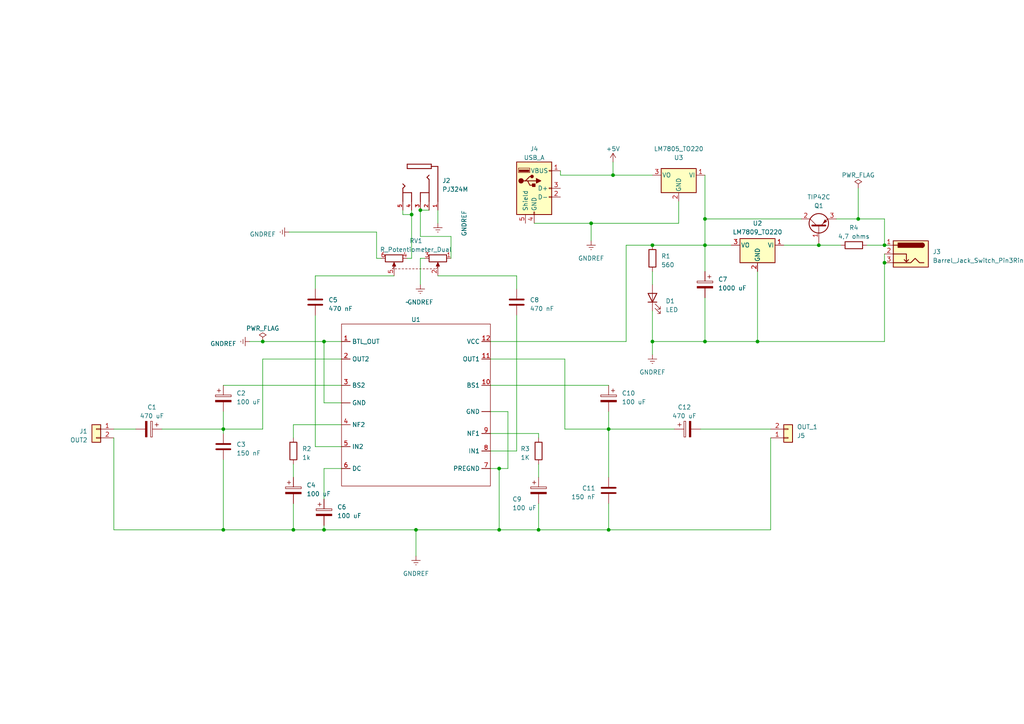
<source format=kicad_sch>
(kicad_sch (version 20230121) (generator eeschema)
  (paper "A4")
  (title_block (title "Juno Costa Kim") (date "2024-09-04") (rev "2.3.7"))
  (lib_symbols
    (symbol "BibliotecaIFSC:PJ324M" (pin_names (offset 1.016))
      (property "Reference" "J" (at -5.08 7.62 0))
      (property "Value" "PJ324M" (at -2.54 -12.7 0))
      (symbol "PJ324M_0_0"
        (polyline (pts (xy -5.715 -3.81) (xy -5.715 3.175)) (stroke (width 0.254)))
        (polyline (pts (xy -5.715 3.175) (xy -5.08 3.175)) (stroke (width 0.254)))
        (polyline (pts (xy -5.08 3.175) (xy -4.445 3.175)) (stroke (width 0.254)))
        (polyline (pts (xy -5.08 5.08) (xy -5.08 3.175)) (stroke (width 0.254)))
        (polyline (pts (xy -4.445 -3.81) (xy -5.715 -3.81)) (stroke (width 0.254)))
        (polyline (pts (xy -4.445 3.175) (xy -4.445 -3.81)) (stroke (width 0.254)))
        (polyline (pts (xy -1.905 1.905) (xy -2.54 2.54)) (stroke (width 0.254)))
        (polyline (pts (xy -1.27 2.54) (xy -1.905 1.905)) (stroke (width 0.254)))
        (polyline (pts (xy 0.635 -4.445) (xy 0 -5.08)) (stroke (width 0.254)))
        (polyline (pts (xy 1.27 -5.08) (xy 0.635 -4.445)) (stroke (width 0.254)))
        (polyline (pts (xy 2.54 -5.08) (xy 1.27 -5.08)) (stroke (width 0.254)))
        (polyline (pts (xy 2.54 -2.54) (xy 2.54 -5.08)) (stroke (width 0.254)))
        (polyline (pts (xy 2.54 0) (xy 2.54 2.54)) (stroke (width 0.254)))
        (polyline (pts (xy 2.54 2.54) (xy -1.27 2.54)) (stroke (width 0.254)))
        (polyline (pts (xy 5.08 -5.08) (xy 2.54 -5.08)) (stroke (width 0.254)))
        (polyline (pts (xy 5.08 -2.54) (xy 2.54 -2.54)) (stroke (width 0.254)))
        (polyline (pts (xy 5.08 0) (xy 2.54 0)) (stroke (width 0.254)))
        (polyline (pts (xy 5.08 2.54) (xy 2.54 2.54)) (stroke (width 0.254)))
        (polyline (pts (xy 5.08 5.08) (xy -5.08 5.08)) (stroke (width 0.254)))
        (pin passive line (at 7.62 5.08 180) (length 2.54) (name "~") (number "1"))
        (pin passive line (at 7.62 2.54 180) (length 2.54) (name "~") (number "2"))
        (pin passive line (at 7.62 0 180) (length 2.54) (name "~") (number "3"))
        (pin passive line (at 7.62 -2.54 180) (length 2.54) (name "~") (number "4"))
        (pin passive line (at 7.62 -5.08 180) (length 2.54) (name "~") (number "5"))
      )
    )
    (symbol "Biblioteca_Simbolo:LA4182"
      (property "Reference" "U" (at 0 0 0))
      (symbol "LA4182_0_1"
        (rectangle (start -19.05 -6.35) (end 24.13 -53.34))
      )
      (symbol "LA4182_1_1"
        (pin input line (at -19.05 -29.21 0) (length 2.54) (name "GND") (number ""))
        (pin input line (at 24.13 -31.75 180) (length 2.54) (name "GND") (number ""))
        (pin input line (at -19.05 -11.43 0) (length 2.54) (name "BTL_OUT") (number "1"))
        (pin input line (at 24.13 -24.13 180) (length 2.54) (name "BS1") (number "10"))
        (pin input line (at 24.13 -16.51 180) (length 2.54) (name "OUT1") (number "11"))
        (pin input line (at 24.13 -11.43 180) (length 2.54) (name "VCC") (number "12"))
        (pin input line (at -19.05 -16.51 0) (length 2.54) (name "OUT2") (number "2"))
        (pin input line (at -19.05 -24.13 0) (length 2.54) (name "BS2") (number "3"))
        (pin input line (at -19.05 -35.56 0) (length 2.54) (name "NF2") (number "4"))
        (pin input line (at -19.05 -41.91 0) (length 2.54) (name "IN2") (number "5"))
        (pin input line (at -19.05 -48.26 0) (length 2.54) (name "DC") (number "6"))
        (pin input line (at 24.13 -48.26 180) (length 2.54) (name "PREGND") (number "7"))
        (pin input line (at 24.13 -43.18 180) (length 2.54) (name "IN1") (number "8"))
        (pin input line (at 24.13 -38.1 180) (length 2.54) (name "NF1") (number "9"))
      )
    )
    (symbol "Connector:Barrel_Jack_Switch_Pin3Ring" (pin_names hide)
      (property "Reference" "J" (at 0 5.334 0))
      (property "Value" "Barrel_Jack_Switch_Pin3Ring" (at 0 -5.08 0))
      (symbol "Barrel_Jack_Switch_Pin3Ring_0_1"
        (rectangle (start -5.08 3.81) (end 5.08 -3.81) (stroke (width 0.254)) (fill (type background)))
        (arc (start -3.302 3.175) (mid -3.9343 2.54) (end -3.302 1.905) (stroke (width 0.254)))
        (arc (start -3.302 3.175) (mid -3.9343 2.54) (end -3.302 1.905) (stroke (width 0.254)) (fill (type outline)))
        (polyline (pts (xy 1.27 -2.286) (xy 1.905 -1.651)) (stroke (width 0.254)))
        (polyline (pts (xy 5.08 2.54) (xy 3.81 2.54)) (stroke (width 0.254)))
        (polyline (pts (xy 5.08 0) (xy 1.27 0) (xy 1.27 -2.286) (xy 0.635 -1.651)) (stroke (width 0.254)))
        (polyline (pts (xy -3.81 -2.54) (xy -2.54 -2.54) (xy -1.27 -1.27) (xy 0 -2.54) (xy 2.54 -2.54) (xy 5.08 -2.54)) (stroke (width 0.254)))
        (rectangle (start 3.683 3.175) (end -3.302 1.905) (stroke (width 0.254)) (fill (type outline)))
      )
      (symbol "Barrel_Jack_Switch_Pin3Ring_1_1"
        (pin passive line (at 7.62 2.54 180) (length 2.54) (name "~") (number "1"))
        (pin passive line (at 7.62 0 180) (length 2.54) (name "~") (number "2"))
        (pin passive line (at 7.62 -2.54 180) (length 2.54) (name "~") (number "3"))
      )
    )
    (symbol "Connector:USB_A" (pin_names (offset 1.016))
      (property "Reference" "J" (at -5.08 11.43 0))
      (property "Value" "USB_A" (at -5.08 8.89 0))
      (symbol "USB_A_0_1"
        (rectangle (start -5.08 -7.62) (end 5.08 7.62) (stroke (width 0.254)) (fill (type background)))
        (circle (center -3.81 2.159) (radius 0.635) (stroke (width 0.254)) (fill (type outline)))
        (rectangle (start -1.524 4.826) (end -4.318 5.334) (fill (type outline)))
        (rectangle (start -1.27 4.572) (end -4.572 5.842))
        (circle (center -0.635 3.429) (radius 0.381) (stroke (width 0.254)) (fill (type outline)))
        (rectangle (start -0.127 -7.62) (end 0.127 -6.858))
        (polyline (pts (xy -3.175 2.159) (xy -2.54 2.159) (xy -1.27 3.429) (xy -0.635 3.429)) (stroke (width 0.254)))
        (polyline (pts (xy -2.54 2.159) (xy -1.905 2.159) (xy -1.27 0.889) (xy 0 0.889)) (stroke (width 0.254)))
        (polyline (pts (xy 0.635 2.794) (xy 0.635 1.524) (xy 1.905 2.159) (xy 0.635 2.794)) (stroke (width 0.254)) (fill (type outline)))
        (rectangle (start 0.254 1.27) (end -0.508 0.508) (stroke (width 0.254)) (fill (type outline)))
        (rectangle (start 5.08 -2.667) (end 4.318 -2.413))
        (rectangle (start 5.08 -0.127) (end 4.318 0.127))
        (rectangle (start 5.08 4.953) (end 4.318 5.207))
      )
      (symbol "USB_A_1_1"
        (polyline (pts (xy -1.905 2.159) (xy 0.635 2.159)) (stroke (width 0.254)))
        (pin power_in line (at 7.62 5.08 180) (length 2.54) (name "VBUS") (number "1"))
        (pin bidirectional line (at 7.62 -2.54 180) (length 2.54) (name "D-") (number "2"))
        (pin bidirectional line (at 7.62 0 180) (length 2.54) (name "D+") (number "3"))
        (pin power_in line (at 0 -10.16 90) (length 2.54) (name "GND") (number "4"))
        (pin passive line (at -2.54 -10.16 90) (length 2.54) (name "Shield") (number "5"))
      )
    )
    (symbol "Connector_Generic:Conn_01x02" (pin_names (offset 1.016) hide)
      (property "Reference" "J" (at 0 2.54 0))
      (property "Value" "Conn_01x02" (at 0 -5.08 0))
      (symbol "Conn_01x02_1_1"
        (rectangle (start -1.27 -2.413) (end 0 -2.667) (stroke (width 0.1524)))
        (rectangle (start -1.27 0.127) (end 0 -0.127) (stroke (width 0.1524)))
        (rectangle (start -1.27 1.27) (end 1.27 -3.81) (stroke (width 0.254)) (fill (type background)))
        (pin passive line (at -5.08 0 0) (length 3.81) (name "Pin_1") (number "1"))
        (pin passive line (at -5.08 -2.54 0) (length 3.81) (name "Pin_2") (number "2"))
      )
    )
    (symbol "Device:C" (pin_numbers hide) (pin_names (offset 0.254))
      (property "Reference" "C" (at 0.635 2.54 0))
      (property "Value" "C" (at 0.635 -2.54 0))
      (symbol "C_0_1"
        (polyline (pts (xy -2.032 -0.762) (xy 2.032 -0.762)) (stroke (width 0.508)))
        (polyline (pts (xy -2.032 0.762) (xy 2.032 0.762)) (stroke (width 0.508)))
      )
      (symbol "C_1_1"
        (pin passive line (at 0 3.81 270) (length 2.794) (name "~") (number "1"))
        (pin passive line (at 0 -3.81 90) (length 2.794) (name "~") (number "2"))
      )
    )
    (symbol "Device:C_Polarized" (pin_numbers hide) (pin_names (offset 0.254))
      (property "Reference" "C" (at 0.635 2.54 0))
      (property "Value" "C_Polarized" (at 0.635 -2.54 0))
      (symbol "C_Polarized_0_1"
        (rectangle (start -2.286 0.508) (end 2.286 1.016))
        (polyline (pts (xy -1.778 2.286) (xy -0.762 2.286)))
        (polyline (pts (xy -1.27 2.794) (xy -1.27 1.778)))
        (rectangle (start 2.286 -0.508) (end -2.286 -1.016) (fill (type outline)))
      )
      (symbol "C_Polarized_1_1"
        (pin passive line (at 0 3.81 270) (length 2.794) (name "~") (number "1"))
        (pin passive line (at 0 -3.81 90) (length 2.794) (name "~") (number "2"))
      )
    )
    (symbol "Device:LED" (pin_numbers hide) (pin_names (offset 1.016) hide)
      (property "Reference" "D" (at 0 2.54 0))
      (property "Value" "LED" (at 0 -2.54 0))
      (symbol "LED_0_1"
        (polyline (pts (xy -1.27 -1.27) (xy -1.27 1.27)) (stroke (width 0.254)))
        (polyline (pts (xy -1.27 0) (xy 1.27 0)))
        (polyline (pts (xy 1.27 -1.27) (xy 1.27 1.27) (xy -1.27 0) (xy 1.27 -1.27)) (stroke (width 0.254)))
        (polyline (pts (xy -3.048 -0.762) (xy -4.572 -2.286) (xy -3.81 -2.286) (xy -4.572 -2.286) (xy -4.572 -1.524)))
        (polyline (pts (xy -1.778 -0.762) (xy -3.302 -2.286) (xy -2.54 -2.286) (xy -3.302 -2.286) (xy -3.302 -1.524)))
      )
      (symbol "LED_1_1"
        (pin passive line (at -3.81 0 0) (length 2.54) (name "K") (number "1"))
        (pin passive line (at 3.81 0 180) (length 2.54) (name "A") (number "2"))
      )
    )
    (symbol "Device:R" (pin_numbers hide) (pin_names (offset 0))
      (property "Reference" "R" (at 2.032 0 90))
      (property "Value" "R" (at 0 0 90))
      (symbol "R_0_1"
        (rectangle (start -1.016 -2.54) (end 1.016 2.54) (stroke (width 0.254)))
      )
      (symbol "R_1_1"
        (pin passive line (at 0 3.81 270) (length 1.27) (name "~") (number "1"))
        (pin passive line (at 0 -3.81 90) (length 1.27) (name "~") (number "2"))
      )
    )
    (symbol "Device:R_Potentiometer_Dual" (pin_names (offset 1.016) hide)
      (property "Reference" "RV" (at 0 3.81 0))
      (property "Value" "R_Potentiometer_Dual" (at 0 1.905 0))
      (symbol "R_Potentiometer_Dual_0_1"
        (rectangle (start -8.89 -1.524) (end -3.81 -3.556) (stroke (width 0.254)))
        (polyline (pts (xy -6.35 0) (xy -6.35 -1.016)))
        (polyline (pts (xy -6.35 0) (xy -6.35 -1.016)))
        (polyline (pts (xy -6.35 0) (xy -5.842 0.508)))
        (polyline (pts (xy -5.588 0.508) (xy -5.08 0.508)))
        (polyline (pts (xy -4.572 0.508) (xy -4.064 0.508)))
        (polyline (pts (xy -3.556 0.508) (xy -3.048 0.508)))
        (polyline (pts (xy -2.54 0.508) (xy -2.032 0.508)))
        (polyline (pts (xy -1.524 0.508) (xy -1.016 0.508)))
        (polyline (pts (xy -0.508 0.508) (xy 0 0.508)))
        (polyline (pts (xy 0.508 0.508) (xy 1.016 0.508)))
        (polyline (pts (xy 1.524 0.508) (xy 2.032 0.508)))
        (polyline (pts (xy 2.54 0.508) (xy 3.048 0.508)))
        (polyline (pts (xy 3.556 0.508) (xy 4.064 0.508)))
        (polyline (pts (xy 4.572 0.508) (xy 5.08 0.508)))
        (polyline (pts (xy 5.588 0.508) (xy 6.096 0.508)))
        (polyline (pts (xy 6.35 0) (xy 6.35 -1.016)))
        (polyline (pts (xy 6.35 0) (xy 6.35 -1.016)))
        (polyline (pts (xy 6.604 0.508) (xy 6.858 0.508) (xy 6.35 0)))
        (polyline (pts (xy -6.35 -1.397) (xy -6.858 -0.254) (xy -5.842 -0.254) (xy -6.35 -1.397)) (fill (type outline)))
        (polyline (pts (xy 6.35 -1.397) (xy 5.842 -0.254) (xy 6.858 -0.254) (xy 6.35 -1.397)) (fill (type outline)))
        (rectangle (start 3.81 -1.524) (end 8.89 -3.556) (stroke (width 0.254)))
      )
      (symbol "R_Potentiometer_Dual_1_1"
        (pin passive line (at -10.16 -2.54 0) (length 1.27) (name "1") (number "1"))
        (pin passive line (at -6.35 2.54 270) (length 2.54) (name "2") (number "2"))
        (pin passive line (at -2.54 -2.54 180) (length 1.27) (name "3") (number "3"))
        (pin passive line (at 2.54 -2.54 0) (length 1.27) (name "4") (number "4"))
        (pin passive line (at 6.35 2.54 270) (length 2.54) (name "5") (number "5"))
        (pin passive line (at 10.16 -2.54 180) (length 1.27) (name "6") (number "6"))
      )
    )
    (symbol "Regulator_Linear:LM7805_TO220" (pin_names (offset 0.254))
      (property "Reference" "U" (at -3.81 3.175 0))
      (property "Value" "LM7805_TO220" (at 0 3.175 0))
      (symbol "LM7805_TO220_0_1"
        (rectangle (start -5.08 1.905) (end 5.08 -5.08) (stroke (width 0.254)) (fill (type background)))
      )
      (symbol "LM7805_TO220_1_1"
        (pin power_in line (at -7.62 0 0) (length 2.54) (name "VI") (number "1"))
        (pin power_in line (at 0 -7.62 90) (length 2.54) (name "GND") (number "2"))
        (pin power_out line (at 7.62 0 180) (length 2.54) (name "VO") (number "3"))
      )
    )
    (symbol "Regulator_Linear:LM7809_TO220" (pin_names (offset 0.254))
      (property "Reference" "U" (at -3.81 3.175 0))
      (property "Value" "LM7809_TO220" (at 0 3.175 0))
      (symbol "LM7809_TO220_0_1"
        (rectangle (start -5.08 1.905) (end 5.08 -5.08) (stroke (width 0.254)) (fill (type background)))
      )
      (symbol "LM7809_TO220_1_1"
        (pin power_in line (at -7.62 0 0) (length 2.54) (name "VI") (number "1"))
        (pin power_in line (at 0 -7.62 90) (length 2.54) (name "GND") (number "2"))
        (pin power_out line (at 7.62 0 180) (length 2.54) (name "VO") (number "3"))
      )
    )
    (symbol "Transistor_BJT:TIP42C" (pin_names (offset 0) hide)
      (property "Reference" "Q" (at 6.35 1.905 0))
      (property "Value" "TIP42C" (at 6.35 0 0))
      (symbol "TIP42C_0_1"
        (polyline (pts (xy 0.635 0.635) (xy 2.54 2.54)))
        (polyline (pts (xy 0.635 -0.635) (xy 2.54 -2.54) (xy 2.54 -2.54)))
        (polyline (pts (xy 0.635 1.905) (xy 0.635 -1.905) (xy 0.635 -1.905)) (stroke (width 0.508)))
        (polyline (pts (xy 2.286 -1.778) (xy 1.778 -2.286) (xy 1.27 -1.27) (xy 2.286 -1.778) (xy 2.286 -1.778)) (fill (type outline)))
        (circle (center 1.27 0) (radius 2.8194) (stroke (width 0.254)))
      )
      (symbol "TIP42C_1_1"
        (pin input line (at -5.08 0 0) (length 5.715) (name "B") (number "1"))
        (pin passive line (at 2.54 5.08 270) (length 2.54) (name "C") (number "2"))
        (pin passive line (at 2.54 -5.08 90) (length 2.54) (name "E") (number "3"))
      )
    )
    (symbol "power:+5V" (power) (pin_names (offset 0))
      (property "Value" "+5V" (at 0 3.556 0))
      (symbol "+5V_0_1"
        (polyline (pts (xy -0.762 1.27) (xy 0 2.54)))
        (polyline (pts (xy 0 0) (xy 0 2.54)))
        (polyline (pts (xy 0 2.54) (xy 0.762 1.27)))
      )
      (symbol "+5V_1_1"
        (pin power_in line (at 0 0 90) (length 0) hide (name "+5V") (number "1"))
      )
    )
    (symbol "power:GNDREF" (power) (pin_names (offset 0))
      (property "Value" "GNDREF" (at 0 -3.81 0))
      (symbol "GNDREF_0_1"
        (polyline (pts (xy -0.635 -1.905) (xy 0.635 -1.905)))
        (polyline (pts (xy -0.127 -2.54) (xy 0.127 -2.54)))
        (polyline (pts (xy 0 -1.27) (xy 0 0)))
        (polyline (pts (xy 1.27 -1.27) (xy -1.27 -1.27)))
      )
      (symbol "GNDREF_1_1"
        (pin power_in line (at 0 0 270) (length 0) hide (name "GNDREF") (number "1"))
      )
    )
    (symbol "power:PWR_FLAG" (power) (pin_numbers hide) (pin_names (offset 0) hide)
      (property "Value" "PWR_FLAG" (at 0 3.81 0))
      (symbol "PWR_FLAG_0_0"
        (pin power_out line (at 0 0 90) (length 0) (name "pwr") (number "1"))
      )
      (symbol "PWR_FLAG_0_1"
        (polyline (pts (xy 0 0) (xy 0 1.27) (xy -1.016 1.905) (xy 0 2.54) (xy 1.016 1.905) (xy 0 1.27)))
      )
    )
  )
  (junction (at 85.09 153.67))
  (junction (at 189.23 71.12))
  (junction (at 189.23 99.06))
  (junction (at 256.54 71.12))
  (junction (at 64.77 124.46))
  (junction (at 219.71 99.06))
  (junction (at 93.98 99.06))
  (junction (at 204.47 71.12))
  (junction (at 121.92 60.96))
  (junction (at 120.65 153.67))
  (junction (at 93.98 153.67))
  (junction (at 248.92 63.5))
  (junction (at 256.54 76.2))
  (junction (at 171.45 64.77))
  (junction (at 176.53 124.46))
  (junction (at 204.47 99.06))
  (junction (at 144.78 153.67))
  (junction (at 76.2 99.06))
  (junction (at 144.78 135.89))
  (junction (at 204.47 63.5))
  (junction (at 237.49 71.12))
  (junction (at 64.77 153.67))
  (junction (at 176.53 153.67))
  (junction (at 177.8 50.8))
  (junction (at 119.38 62.23))
  (junction (at 156.21 153.67))
  (wire (pts (xy 109.22 74.93) (xy 109.22 67.31)))
  (wire (pts (xy 204.47 71.12) (xy 212.09 71.12)))
  (wire (pts (xy 176.53 124.46) (xy 176.53 138.43)))
  (wire (pts (xy 181.61 71.12) (xy 189.23 71.12)))
  (wire (pts (xy 156.21 125.73) (xy 156.21 127)))
  (wire (pts (xy 142.24 111.76) (xy 176.53 111.76)))
  (wire (pts (xy 189.23 78.74) (xy 189.23 82.55)))
  (wire (pts (xy 85.09 134.62) (xy 85.09 138.43)))
  (wire (pts (xy 123.19 74.93) (xy 121.92 74.93)))
  (wire (pts (xy 99.06 135.89) (xy 93.98 135.89)))
  (wire (pts (xy 46.99 124.46) (xy 64.77 124.46)))
  (wire (pts (xy 203.2 124.46) (xy 223.52 124.46)))
  (wire (pts (xy 124.46 60.96) (xy 121.92 60.96)))
  (wire (pts (xy 130.81 68.58) (xy 130.81 74.93)))
  (wire (pts (xy 64.77 153.67) (xy 85.09 153.67)))
  (wire (pts (xy 109.22 74.93) (xy 110.49 74.93)))
  (wire (pts (xy 64.77 133.35) (xy 64.77 153.67)))
  (wire (pts (xy 144.78 135.89) (xy 147.32 135.89)))
  (wire (pts (xy 91.44 80.01) (xy 114.3 80.01)))
  (wire (pts (xy 119.38 74.93) (xy 119.38 62.23)))
  (wire (pts (xy 219.71 78.74) (xy 219.71 99.06)))
  (wire (pts (xy 204.47 99.06) (xy 219.71 99.06)))
  (wire (pts (xy 176.53 119.38) (xy 176.53 124.46)))
  (wire (pts (xy 127 60.96) (xy 127 64.77)))
  (wire (pts (xy 189.23 90.17) (xy 189.23 99.06)))
  (wire (pts (xy 204.47 63.5) (xy 204.47 71.12)))
  (wire (pts (xy 196.85 58.42) (xy 196.85 64.77)))
  (wire (pts (xy 76.2 124.46) (xy 64.77 124.46)))
  (wire (pts (xy 162.56 50.8) (xy 177.8 50.8)))
  (wire (pts (xy 33.02 124.46) (xy 39.37 124.46)))
  (wire (pts (xy 242.57 63.5) (xy 248.92 63.5)))
  (wire (pts (xy 156.21 134.62) (xy 156.21 138.43)))
  (wire (pts (xy 251.46 71.12) (xy 256.54 71.12)))
  (wire (pts (xy 142.24 135.89) (xy 144.78 135.89)))
  (wire (pts (xy 142.24 125.73) (xy 156.21 125.73)))
  (wire (pts (xy 93.98 153.67) (xy 93.98 152.4)))
  (wire (pts (xy 64.77 119.38) (xy 64.77 124.46)))
  (wire (pts (xy 204.47 86.36) (xy 204.47 99.06)))
  (wire (pts (xy 93.98 135.89) (xy 93.98 144.78)))
  (wire (pts (xy 189.23 99.06) (xy 189.23 102.87)))
  (wire (pts (xy 93.98 99.06) (xy 93.98 116.84)))
  (wire (pts (xy 256.54 73.66) (xy 256.54 76.2)))
  (wire (pts (xy 176.53 146.05) (xy 176.53 153.67)))
  (wire (pts (xy 223.52 127) (xy 223.52 153.67)))
  (wire (pts (xy 99.06 116.84) (xy 93.98 116.84)))
  (wire (pts (xy 171.45 64.77) (xy 171.45 69.85)))
  (wire (pts (xy 33.02 153.67) (xy 33.02 127)))
  (wire (pts (xy 248.92 63.5) (xy 256.54 63.5)))
  (wire (pts (xy 127 80.01) (xy 149.86 80.01)))
  (wire (pts (xy 144.78 153.67) (xy 120.65 153.67)))
  (wire (pts (xy 142.24 119.38) (xy 147.32 119.38)))
  (wire (pts (xy 256.54 76.2) (xy 256.54 99.06)))
  (wire (pts (xy 204.47 50.8) (xy 204.47 63.5)))
  (wire (pts (xy 176.53 153.67) (xy 156.21 153.67)))
  (wire (pts (xy 204.47 71.12) (xy 204.47 78.74)))
  (wire (pts (xy 156.21 146.05) (xy 156.21 153.67)))
  (wire (pts (xy 64.77 111.76) (xy 99.06 111.76)))
  (wire (pts (xy 176.53 124.46) (xy 195.58 124.46)))
  (wire (pts (xy 64.77 124.46) (xy 64.77 125.73)))
  (wire (pts (xy 121.92 68.58) (xy 130.81 68.58)))
  (wire (pts (xy 149.86 83.82) (xy 149.86 80.01)))
  (wire (pts (xy 120.65 153.67) (xy 120.65 161.29)))
  (wire (pts (xy 176.53 153.67) (xy 223.52 153.67)))
  (wire (pts (xy 85.09 153.67) (xy 85.09 146.05)))
  (wire (pts (xy 163.83 124.46) (xy 176.53 124.46)))
  (wire (pts (xy 144.78 135.89) (xy 144.78 153.67)))
  (wire (pts (xy 116.84 60.96) (xy 116.84 62.23)))
  (wire (pts (xy 204.47 63.5) (xy 232.41 63.5)))
  (wire (pts (xy 149.86 130.81) (xy 149.86 91.44)))
  (wire (pts (xy 119.38 62.23) (xy 119.38 60.96)))
  (wire (pts (xy 163.83 104.14) (xy 163.83 124.46)))
  (wire (pts (xy 181.61 99.06) (xy 181.61 71.12)))
  (wire (pts (xy 99.06 129.54) (xy 91.44 129.54)))
  (wire (pts (xy 76.2 104.14) (xy 76.2 124.46)))
  (wire (pts (xy 219.71 99.06) (xy 256.54 99.06)))
  (wire (pts (xy 120.65 153.67) (xy 93.98 153.67)))
  (wire (pts (xy 189.23 71.12) (xy 204.47 71.12)))
  (wire (pts (xy 93.98 153.67) (xy 85.09 153.67)))
  (wire (pts (xy 121.92 74.93) (xy 121.92 82.55)))
  (wire (pts (xy 72.39 99.06) (xy 76.2 99.06)))
  (wire (pts (xy 118.11 74.93) (xy 119.38 74.93)))
  (wire (pts (xy 99.06 123.19) (xy 85.09 123.19)))
  (wire (pts (xy 142.24 99.06) (xy 181.61 99.06)))
  (wire (pts (xy 189.23 99.06) (xy 204.47 99.06)))
  (wire (pts (xy 248.92 54.61) (xy 248.92 63.5)))
  (wire (pts (xy 99.06 104.14) (xy 76.2 104.14)))
  (wire (pts (xy 256.54 63.5) (xy 256.54 71.12)))
  (wire (pts (xy 64.77 153.67) (xy 33.02 153.67)))
  (wire (pts (xy 177.8 46.99) (xy 177.8 50.8)))
  (wire (pts (xy 196.85 64.77) (xy 171.45 64.77)))
  (wire (pts (xy 85.09 123.19) (xy 85.09 127)))
  (wire (pts (xy 227.33 71.12) (xy 237.49 71.12)))
  (wire (pts (xy 142.24 130.81) (xy 149.86 130.81)))
  (wire (pts (xy 116.84 62.23) (xy 119.38 62.23)))
  (wire (pts (xy 76.2 99.06) (xy 93.98 99.06)))
  (wire (pts (xy 237.49 71.12) (xy 243.84 71.12)))
  (wire (pts (xy 91.44 129.54) (xy 91.44 91.44)))
  (wire (pts (xy 162.56 50.8) (xy 162.56 49.53)))
  (wire (pts (xy 83.82 67.31) (xy 109.22 67.31)))
  (wire (pts (xy 189.23 50.8) (xy 177.8 50.8)))
  (wire (pts (xy 144.78 153.67) (xy 156.21 153.67)))
  (wire (pts (xy 142.24 104.14) (xy 163.83 104.14)))
  (wire (pts (xy 154.94 64.77) (xy 171.45 64.77)))
  (wire (pts (xy 91.44 83.82) (xy 91.44 80.01)))
  (wire (pts (xy 147.32 119.38) (xy 147.32 135.89)))
  (wire (pts (xy 99.06 99.06) (xy 93.98 99.06)))
  (wire (pts (xy 121.92 60.96) (xy 121.92 68.58)))
  (wire (pts (xy 256.54 71.12) (xy 257.81 71.12)))
  (symbol (lib_id "power:+5V") (at 177.8 46.99 0) (unit 1)
    (property "Reference" "#PWR07" (effects hide))
    (property "Value" "+5V" (at 177.8 43.18 0))
  )
  (symbol (lib_id "Device:R_Potentiometer_Dual") (at 120.65 77.47 180) (unit 1)
    (property "Reference" "RV1" (at 120.65 69.85 0))
    (property "Value" "R_Potentiometer_Dual" (at 120.65 72.39 0))
    (property "Footprint" "Potentiometer_THT:Potentiometer_Piher_PC-16_Dual_Horizontal" (effects hide))
  )
  (symbol (lib_id "power:GNDREF") (at 189.23 102.87 0) (unit 1)
    (property "Reference" "#PWR05" (effects hide))
    (property "Value" "GNDREF" (at 189.23 107.95 0))
  )
  (symbol (lib_id "power:GNDREF") (at 120.65 161.29 0) (unit 1)
    (property "Reference" "#PWR04" (effects hide))
    (property "Value" "GNDREF" (at 120.65 166.37 0))
  )
  (symbol (lib_id "Device:C_Polarized") (at 156.21 142.24 0) (unit 1)
    (property "Reference" "C9" (at 148.59 144.78 0) (effects (justify left)))
    (property "Value" "100 uF" (at 148.59 147.32 0) (effects (justify left)))
    (property "Footprint" "Capacitor_THT:CP_Radial_D6.3mm_P2.50mm" (effects hide))
  )
  (symbol (lib_id "Device:C_Polarized") (at 176.53 115.57 0) (mirror y) (unit 1)
    (property "Reference" "C10" (at 180.34 114.046 0) (effects (justify right)))
    (property "Value" "100 uF" (at 180.34 116.586 0) (effects (justify right)))
    (property "Footprint" "Capacitor_THT:CP_Radial_D6.3mm_P2.50mm" (effects hide))
  )
  (symbol (lib_id "Device:C") (at 91.44 87.63 0) (unit 1)
    (property "Reference" "C5" (at 95.25 86.995 0) (effects (justify left)))
    (property "Value" "470 nF" (at 95.25 89.535 0) (effects (justify left)))
    (property "Footprint" "Capacitor_THT:C_Rect_L16.5mm_W4.7mm_P15.00mm_MKT" (effects hide))
  )
  (symbol (lib_id "Biblioteca_Simbolo:LA4182") (at 118.11 87.63 0) (unit 1)
    (property "Reference" "U1" (at 120.65 92.71 0))
    (property "Value" "~" (at 118.11 87.63 0))
    (property "Footprint" "bliblioteca_footprint_la4182:DIP-16_W7.62mm" (effects hide))
  )
  (symbol (lib_id "Connector:Barrel_Jack_Switch_Pin3Ring") (at 264.16 73.66 0) (mirror y) (unit 1)
    (property "Reference" "J3" (at 270.51 73.025 0) (effects (justify right)))
    (property "Value" "Barrel_Jack_Switch_Pin3Ring" (at 270.51 75.565 0) (effects (justify right)))
    (property "Footprint" "Connector_BarrelJack:BarrelJack_CUI_PJ-102AH_Horizontal" (effects hide))
  )
  (symbol (lib_id "power:GNDREF") (at 83.82 67.31 270) (unit 1)
    (property "Reference" "#PWR06" (effects hide))
    (property "Value" "GNDREF" (at 80.01 67.945 90) (effects (justify right)))
  )
  (symbol (lib_id "power:GNDREF") (at 72.39 99.06 270) (unit 1)
    (property "Reference" "#PWR01" (effects hide))
    (property "Value" "GNDREF" (at 68.58 99.695 90) (effects (justify right)))
  )
  (symbol (lib_id "Transistor_BJT:TIP42C") (at 237.49 66.04 90) (unit 1)
    (property "Reference" "Q1" (at 237.49 59.69 90))
    (property "Value" "TIP42C" (at 237.49 57.15 90))
    (property "Footprint" "Package_TO_SOT_THT:TO-220-3_Vertical" (effects hide))
    (property "Datasheet" "https://www.centralsemi.com/get_document.php?cmp=1&mergetype=pd&mergepath=pd&pdf_id=TIP42.PDF" (effects hide))
  )
  (symbol (lib_id "Regulator_Linear:LM7805_TO220") (at 196.85 50.8 0) (mirror y) (unit 1)
    (property "Reference" "U3" (at 196.85 45.72 0))
    (property "Value" "LM7805_TO220" (at 196.85 43.18 0))
    (property "Footprint" "Package_TO_SOT_THT:TO-220-3_Vertical" (effects hide))
    (property "Datasheet" "https://www.onsemi.cn/PowerSolutions/document/MC7800-D.PDF" (effects hide))
  )
  (symbol (lib_id "power:PWR_FLAG") (at 248.92 54.61 0) (unit 1)
    (property "Reference" "#FLG02" (effects hide))
    (property "Value" "PWR_FLAG" (at 248.92 50.8 0))
  )
  (symbol (lib_id "Device:C_Polarized") (at 64.77 115.57 0) (unit 1)
    (property "Reference" "C2" (at 68.58 114.046 0) (effects (justify left)))
    (property "Value" "100 uF" (at 68.58 116.586 0) (effects (justify left)))
    (property "Footprint" "Capacitor_THT:CP_Radial_D6.3mm_P2.50mm" (effects hide))
  )
  (symbol (lib_id "Device:C_Polarized") (at 199.39 124.46 90) (mirror x) (unit 1)
    (property "Reference" "C12" (at 198.501 118.11 90))
    (property "Value" "470 uF" (at 198.501 120.65 90))
    (property "Footprint" "Capacitor_THT:CP_Radial_D8.0mm_P3.50mm" (effects hide))
  )
  (symbol (lib_id "Device:C_Polarized") (at 43.18 124.46 270) (unit 1)
    (property "Reference" "C1" (at 44.069 118.11 90))
    (property "Value" "470 uF" (at 44.069 120.65 90))
    (property "Footprint" "Capacitor_THT:CP_Radial_D8.0mm_P3.50mm" (effects hide))
  )
  (symbol (lib_id "Device:C_Polarized") (at 93.98 148.59 0) (unit 1)
    (property "Reference" "C6" (at 97.79 147.066 0) (effects (justify left)))
    (property "Value" "100 uF" (at 97.79 149.606 0) (effects (justify left)))
    (property "Footprint" "Capacitor_THT:CP_Radial_D6.3mm_P2.50mm" (effects hide))
  )
  (symbol (lib_id "power:GNDREF") (at 127 64.77 0) (mirror y) (unit 1)
    (property "Reference" "#PWR02" (effects hide))
    (property "Value" "GNDREF" (at 134.62 60.96 90) (effects (justify right)))
  )
  (symbol (lib_id "Connector:USB_A") (at 154.94 54.61 0) (unit 1)
    (property "Reference" "J4" (at 154.94 43.18 0))
    (property "Value" "USB_A" (at 154.94 45.72 0))
    (property "Footprint" "Connector_USB:USB_A_Stewart_SS-52100-001_Horizontal" (effects hide))
    (property "Datasheet" " ~" (effects hide))
  )
  (symbol (lib_id "Connector_Generic:Conn_01x02") (at 228.6 127 0) (mirror x) (unit 1)
    (property "Reference" "J5" (at 231.14 126.365 0) (effects (justify left)))
    (property "Value" "OUT_1" (at 231.14 123.825 0) (effects (justify left)))
    (property "Footprint" "TerminalBlock:TerminalBlock_bornier-2_P5.08mm" (effects hide))
  )
  (symbol (lib_id "Device:R") (at 189.23 74.93 0) (unit 1)
    (property "Reference" "R1" (at 191.77 74.295 0) (effects (justify left)))
    (property "Value" "560" (at 191.77 76.835 0) (effects (justify left)))
    (property "Footprint" "Resistor_THT:R_Axial_DIN0207_L6.3mm_D2.5mm_P7.62mm_Horizontal" (effects hide))
  )
  (symbol (lib_id "Regulator_Linear:LM7809_TO220") (at 219.71 71.12 0) (mirror y) (unit 1)
    (property "Reference" "U2" (at 219.71 64.77 0))
    (property "Value" "LM7809_TO220" (at 219.71 67.31 0))
    (property "Footprint" "Package_TO_SOT_THT:TO-220-3_Vertical" (effects hide))
    (property "Datasheet" "https://www.onsemi.cn/PowerSolutions/document/MC7800-D.PDF" (effects hide))
  )
  (symbol (lib_id "Device:C_Polarized") (at 85.09 142.24 0) (unit 1)
    (property "Reference" "C4" (at 88.9 140.716 0) (effects (justify left)))
    (property "Value" "100 uF" (at 88.9 143.256 0) (effects (justify left)))
    (property "Footprint" "Capacitor_THT:CP_Radial_D6.3mm_P2.50mm" (effects hide))
  )
  (symbol (lib_id "Connector_Generic:Conn_01x02") (at 27.94 124.46 0) (mirror y) (unit 1)
    (property "Reference" "J1" (at 25.4 125.095 0) (effects (justify left)))
    (property "Value" "OUT2" (at 25.4 127.635 0) (effects (justify left)))
    (property "Footprint" "TerminalBlock:TerminalBlock_bornier-2_P5.08mm" (effects hide))
  )
  (symbol (lib_id "Device:LED") (at 189.23 86.36 90) (unit 1)
    (property "Reference" "D1" (at 193.04 87.3125 90) (effects (justify right)))
    (property "Value" "LED" (at 193.04 89.8525 90) (effects (justify right)))
    (property "Footprint" "LED_THT:LED_D5.0mm" (effects hide))
  )
  (symbol (lib_id "Device:R") (at 247.65 71.12 90) (mirror x) (unit 1)
    (property "Reference" "R4" (at 247.65 66.04 90))
    (property "Value" "4,7 ohms" (at 247.65 68.58 90))
    (property "Footprint" "Resistor_THT:R_Axial_DIN0207_L6.3mm_D2.5mm_P7.62mm_Horizontal" (effects hide))
  )
  (symbol (lib_id "Device:C") (at 176.53 142.24 0) (mirror y) (unit 1)
    (property "Reference" "C11" (at 172.72 141.605 0) (effects (justify left)))
    (property "Value" "150 nF" (at 172.72 144.145 0) (effects (justify left)))
    (property "Footprint" "Capacitor_THT:C_Rect_L7.2mm_W5.5mm_P5.00mm_FKS2_FKP2_MKS2_MKP2" (effects hide))
  )
  (symbol (lib_id "power:GNDREF") (at 171.45 69.85 0) (unit 1)
    (property "Reference" "#PWR08" (effects hide))
    (property "Value" "GNDREF" (at 171.45 74.93 0))
  )
  (symbol (lib_id "BibliotecaIFSC:PJ324M") (at 121.92 53.34 270) (unit 1)
    (property "Reference" "J2" (at 128.27 52.3875 90) (effects (justify left)))
    (property "Value" "PJ324M" (at 128.27 54.9275 90) (effects (justify left)))
    (property "Footprint" "biblioteca_footprint_J324:WENZHOU_PJ324M" (effects hide))
    (property "MF" "Wenzhou QingPu Electronics Co.Ltd" (effects hide))
    (property "MAXIMUM_PACKAGE_HEIGHT" "6.3mm" (effects hide))
    (property "Package" "Package" (effects hide))
    (property "Price" "None" (effects hide))
    (property "Check_prices" "https://www.snapeda.com/parts/PJ324M/Wenzhou+QingPu+Electronics+Co.Ltd/view-part/?ref=eda" (effects hide))
    (property "STANDARD" "Manufacturer Recommendations" (effects hide))
    (property "PARTREV" "N/A" (effects hide))
    (property "SnapEDA_Link" "https://www.snapeda.com/parts/PJ324M/Wenzhou+QingPu+Electronics+Co.Ltd/view-part/?ref=snap" (effects hide))
    (property "MP" "PJ324M" (effects hide))
    (property "Description" "\nHeadphone Stereo jack/Audio connector\n" (effects hide))
    (property "Availability" "Not in stock" (effects hide))
    (property "MANUFACTURER" "Wenzhou QingPu Electronics" (effects hide))
  )
  (symbol (lib_id "Device:C") (at 64.77 129.54 0) (unit 1)
    (property "Reference" "C3" (at 68.58 128.905 0) (effects (justify left)))
    (property "Value" "150 nF" (at 68.58 131.445 0) (effects (justify left)))
    (property "Footprint" "Capacitor_THT:C_Rect_L7.2mm_W5.5mm_P5.00mm_FKS2_FKP2_MKS2_MKP2" (effects hide))
  )
  (symbol (lib_id "Device:R") (at 85.09 130.81 0) (unit 1)
    (property "Reference" "R2" (at 87.63 130.175 0) (effects (justify left)))
    (property "Value" "1k" (at 87.63 132.715 0) (effects (justify left)))
    (property "Footprint" "Resistor_THT:R_Axial_DIN0207_L6.3mm_D2.5mm_P7.62mm_Horizontal" (effects hide))
  )
  (symbol (lib_id "Device:C_Polarized") (at 204.47 82.55 0) (mirror y) (unit 1)
    (property "Reference" "C7" (at 208.28 81.026 0) (effects (justify right)))
    (property "Value" "1000 uF" (at 208.28 83.566 0) (effects (justify right)))
    (property "Footprint" "Capacitor_THT:CP_Radial_D10.0mm_P5.00mm" (effects hide))
  )
  (symbol (lib_id "Device:R") (at 156.21 130.81 0) (mirror y) (unit 1)
    (property "Reference" "R3" (at 153.67 130.175 0) (effects (justify left)))
    (property "Value" "1K" (at 153.67 132.715 0) (effects (justify left)))
    (property "Footprint" "Resistor_THT:R_Axial_DIN0207_L6.3mm_D2.5mm_P7.62mm_Horizontal" (effects hide))
  )
  (symbol (lib_id "power:GNDREF") (at 121.92 82.55 0) (unit 1)
    (property "Reference" "#PWR03" (effects hide))
    (property "Value" "GNDREF" (at 121.92 87.63 0))
  )
  (symbol (lib_id "power:PWR_FLAG") (at 76.2 99.06 0) (unit 1)
    (property "Reference" "#FLG01" (effects hide))
    (property "Value" "PWR_FLAG" (at 76.2 95.25 0))
  )
  (symbol (lib_id "Device:C") (at 149.86 87.63 0) (mirror y) (unit 1)
    (property "Reference" "C8" (at 153.67 86.995 0) (effects (justify right)))
    (property "Value" "470 nF" (at 153.67 89.535 0) (effects (justify right)))
    (property "Footprint" "Capacitor_THT:C_Rect_L16.5mm_W4.7mm_P15.00mm_MKT" (effects hide))
  )
)
</source>
